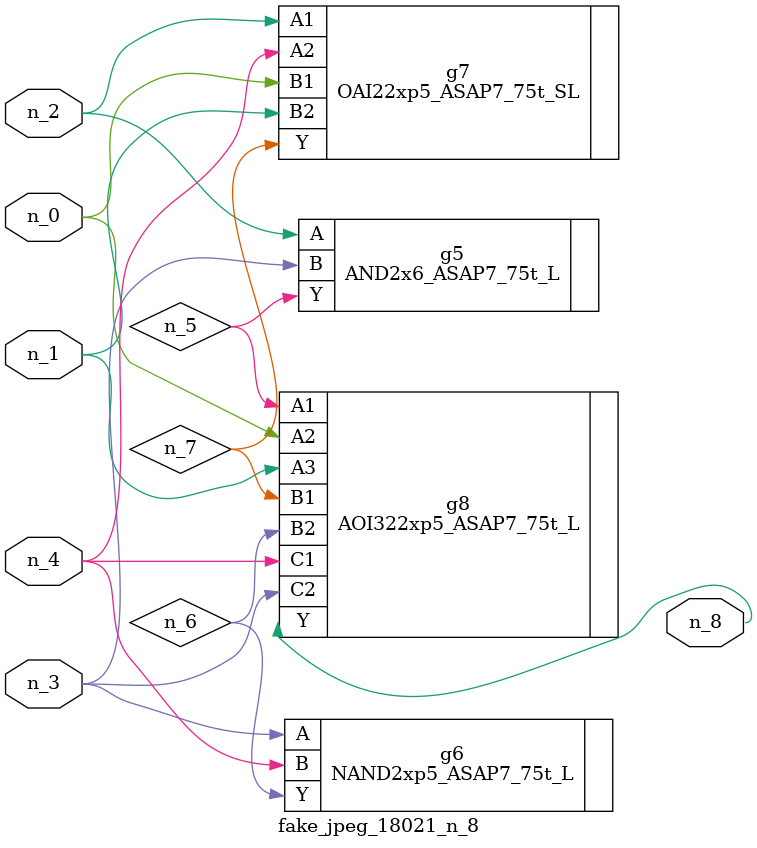
<source format=v>
module fake_jpeg_18021_n_8 (n_3, n_2, n_1, n_0, n_4, n_8);

input n_3;
input n_2;
input n_1;
input n_0;
input n_4;

output n_8;

wire n_6;
wire n_5;
wire n_7;

AND2x6_ASAP7_75t_L g5 ( 
.A(n_2),
.B(n_3),
.Y(n_5)
);

NAND2xp5_ASAP7_75t_L g6 ( 
.A(n_3),
.B(n_4),
.Y(n_6)
);

OAI22xp5_ASAP7_75t_SL g7 ( 
.A1(n_2),
.A2(n_4),
.B1(n_0),
.B2(n_1),
.Y(n_7)
);

AOI322xp5_ASAP7_75t_L g8 ( 
.A1(n_5),
.A2(n_0),
.A3(n_1),
.B1(n_7),
.B2(n_6),
.C1(n_4),
.C2(n_3),
.Y(n_8)
);


endmodule
</source>
